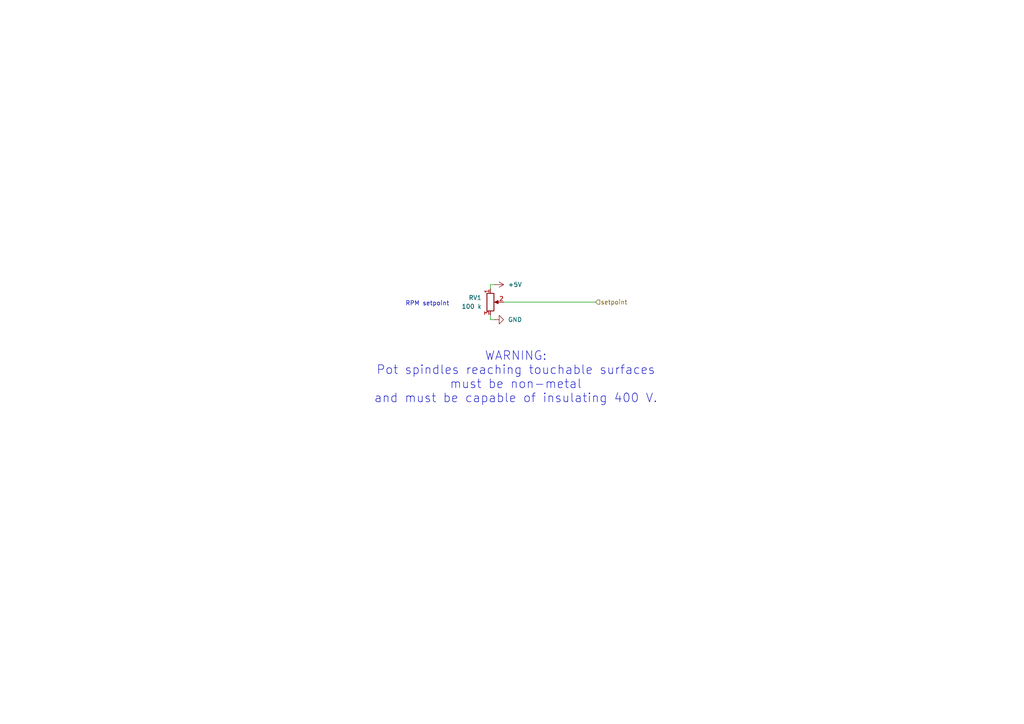
<source format=kicad_sch>
(kicad_sch (version 20250114) (generator "eeschema") (generator_version "9.0")
  (paper "A4")
  (title_block (title "Motor RPM controller - Setpoint") (date "2025-09-01") (rev "1.0") (company "Michael Büsch <m@bues.ch>"))
  (lib_symbols
    (symbol "Device:R_Potentiometer" (pin_names (offset 1.016) (hide yes))
      (property "Reference" "RV" (at -4.445 0 90))
      (property "Value" "R_Potentiometer" (at -2.54 0 90))
      (symbol "R_Potentiometer_0_1"
        (rectangle (start 1.016 2.54) (end -1.016 -2.54) (stroke (width 0.254)))
        (polyline (pts (xy 1.143 0) (xy 2.286 0.508) (xy 2.286 -0.508) (xy 1.143 0)) (fill (type outline)))
        (polyline (pts (xy 2.54 0) (xy 1.524 0)))
      )
      (symbol "R_Potentiometer_1_1"
        (pin passive line (at 0 3.81 270) (length 1.27) (name "1") (number "1"))
        (pin passive line (at 0 -3.81 90) (length 1.27) (name "3") (number "3"))
        (pin passive line (at 3.81 0 180) (length 1.27) (name "2") (number "2"))
      )
    )
    (symbol "power:+5V" (power) (pin_numbers (hide yes)) (pin_names (offset 0) (hide yes))
      (property "Value" "+5V" (at 0 3.556 0))
      (symbol "+5V_0_1"
        (polyline (pts (xy -0.762 1.27) (xy 0 2.54)))
        (polyline (pts (xy 0 2.54) (xy 0.762 1.27)))
        (polyline (pts (xy 0 0) (xy 0 2.54)))
      )
      (symbol "+5V_1_1"
        (pin power_in line (at 0 0 90) (length 0) (name "~") (number "1"))
      )
    )
    (symbol "power:GND" (power) (pin_numbers (hide yes)) (pin_names (offset 0) (hide yes))
      (property "Value" "GND" (at 0 -3.81 0))
      (symbol "GND_0_1"
        (polyline (pts (xy 0 0) (xy 0 -1.27) (xy 1.27 -1.27) (xy 0 -2.54) (xy -1.27 -1.27) (xy 0 -1.27)))
      )
      (symbol "GND_1_1"
        (pin power_in line (at 0 0 270) (length 0) (name "~") (number "1"))
      )
    )
  )
  (text "WARNING:\nPot spindles reaching touchable surfaces\nmust be non-metal\nand must be capable of insulating 400 V." (at 149.606 109.474 0) (effects (font (size 2.54 2.54))))
  (text "RPM setpoint" (at 123.952 88.138 0) (effects (font (size 1.27 1.27))))
  (wire (pts (xy 146.05 87.63) (xy 172.72 87.63)))
  (wire (pts (xy 142.24 91.44) (xy 142.24 92.71)))
  (wire (pts (xy 142.24 92.71) (xy 143.51 92.71)))
  (wire (pts (xy 142.24 82.55) (xy 142.24 83.82)))
  (wire (pts (xy 142.24 82.55) (xy 143.51 82.55)))
  (hierarchical_label "setpoint" (shape input) (at 172.72 87.63 0))
  (symbol (lib_id "Device:R_Potentiometer") (at 142.24 87.63 0) (unit 1)
    (property "Reference" "RV1" (at 139.7 86.3599 0) (effects (justify right)))
    (property "Value" "100 k" (at 139.7 88.8999 0) (effects (justify right)))
    (property "Description" "Potentiometer" (effects (hide yes)))
  )
  (symbol (lib_id "power:+5V") (at 143.51 82.55 270) (unit 1)
    (property "Reference" "#PWR020" (effects (hide yes)))
    (property "Value" "+5V" (at 147.32 82.5499 90) (effects (justify left)))
    (property "Description" "Power symbol creates a global label with name \"+5V\"" (effects (hide yes)))
  )
  (symbol (lib_id "power:GND") (at 143.51 92.71 90) (unit 1)
    (property "Reference" "#PWR021" (effects (hide yes)))
    (property "Value" "GND" (at 147.32 92.7099 90) (effects (justify right)))
    (property "Description" "Power symbol creates a global label with name \"GND\" , ground" (effects (hide yes)))
  )
)
</source>
